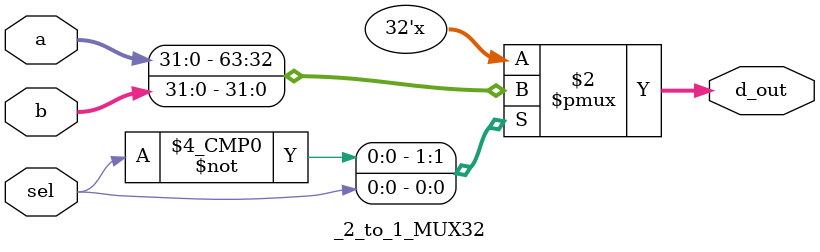
<source format=v>
module _2_to_1_MUX32(a,b,sel,d_out); // this module means 32 bits 2 to 1 multiplexer
input [31:0] a,b; // define 32 bits input a,b
input sel; // define input sel
output reg [31:0] d_out; // define 32 bits output and reg d_out

always @ (sel, a, b) // Calculate the d_out through the case statement
	begin // it means 1 time loop, begin - end means { }
		case(sel)
		1'b0: d_out <= a;
		1'b1: d_out <= b;
		default: d_out <= 32'bx; // To prevent the problem of latch
		endcase // end of case 
	end
	
endmodule // end of module

// The above command is if(sel) and assign a:b? a: same as b
</source>
